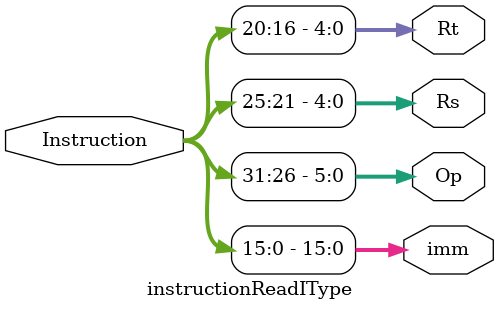
<source format=v>
`timescale 1ns/1ps

module instructionReadIType (
	input[31:0] Instruction,

	output[15:0] imm,
	output[5:0] Op,
	output[4:0] Rs,
	output[4:0] Rt
);
	assign Op = Instruction[31:26];
	assign Rs = Instruction[25:21];
	assign Rt = Instruction[20:16];
	assign imm = Instruction[15:0];

endmodule
</source>
